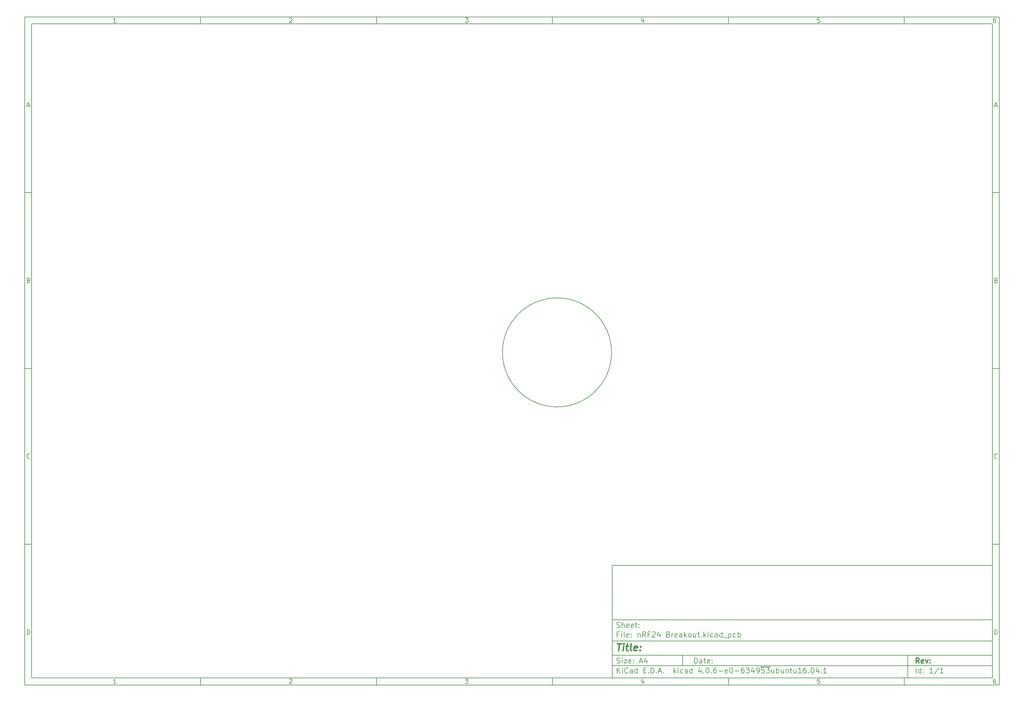
<source format=gm1>
G04 #@! TF.FileFunction,Profile,NP*
%FSLAX46Y46*%
G04 Gerber Fmt 4.6, Leading zero omitted, Abs format (unit mm)*
G04 Created by KiCad (PCBNEW 4.0.6-e0-6349~53~ubuntu16.04.1) date Wed Jun 21 09:44:30 2017*
%MOMM*%
%LPD*%
G01*
G04 APERTURE LIST*
%ADD10C,0.100000*%
%ADD11C,0.150000*%
%ADD12C,0.300000*%
%ADD13C,0.400000*%
G04 APERTURE END LIST*
D10*
D11*
X177002200Y-166007200D02*
X177002200Y-198007200D01*
X285002200Y-198007200D01*
X285002200Y-166007200D01*
X177002200Y-166007200D01*
D10*
D11*
X10000000Y-10000000D02*
X10000000Y-200007200D01*
X287002200Y-200007200D01*
X287002200Y-10000000D01*
X10000000Y-10000000D01*
D10*
D11*
X12000000Y-12000000D02*
X12000000Y-198007200D01*
X285002200Y-198007200D01*
X285002200Y-12000000D01*
X12000000Y-12000000D01*
D10*
D11*
X60000000Y-12000000D02*
X60000000Y-10000000D01*
D10*
D11*
X110000000Y-12000000D02*
X110000000Y-10000000D01*
D10*
D11*
X160000000Y-12000000D02*
X160000000Y-10000000D01*
D10*
D11*
X210000000Y-12000000D02*
X210000000Y-10000000D01*
D10*
D11*
X260000000Y-12000000D02*
X260000000Y-10000000D01*
D10*
D11*
X35990476Y-11588095D02*
X35247619Y-11588095D01*
X35619048Y-11588095D02*
X35619048Y-10288095D01*
X35495238Y-10473810D01*
X35371429Y-10597619D01*
X35247619Y-10659524D01*
D10*
D11*
X85247619Y-10411905D02*
X85309524Y-10350000D01*
X85433333Y-10288095D01*
X85742857Y-10288095D01*
X85866667Y-10350000D01*
X85928571Y-10411905D01*
X85990476Y-10535714D01*
X85990476Y-10659524D01*
X85928571Y-10845238D01*
X85185714Y-11588095D01*
X85990476Y-11588095D01*
D10*
D11*
X135185714Y-10288095D02*
X135990476Y-10288095D01*
X135557143Y-10783333D01*
X135742857Y-10783333D01*
X135866667Y-10845238D01*
X135928571Y-10907143D01*
X135990476Y-11030952D01*
X135990476Y-11340476D01*
X135928571Y-11464286D01*
X135866667Y-11526190D01*
X135742857Y-11588095D01*
X135371429Y-11588095D01*
X135247619Y-11526190D01*
X135185714Y-11464286D01*
D10*
D11*
X185866667Y-10721429D02*
X185866667Y-11588095D01*
X185557143Y-10226190D02*
X185247619Y-11154762D01*
X186052381Y-11154762D01*
D10*
D11*
X235928571Y-10288095D02*
X235309524Y-10288095D01*
X235247619Y-10907143D01*
X235309524Y-10845238D01*
X235433333Y-10783333D01*
X235742857Y-10783333D01*
X235866667Y-10845238D01*
X235928571Y-10907143D01*
X235990476Y-11030952D01*
X235990476Y-11340476D01*
X235928571Y-11464286D01*
X235866667Y-11526190D01*
X235742857Y-11588095D01*
X235433333Y-11588095D01*
X235309524Y-11526190D01*
X235247619Y-11464286D01*
D10*
D11*
X285866667Y-10288095D02*
X285619048Y-10288095D01*
X285495238Y-10350000D01*
X285433333Y-10411905D01*
X285309524Y-10597619D01*
X285247619Y-10845238D01*
X285247619Y-11340476D01*
X285309524Y-11464286D01*
X285371429Y-11526190D01*
X285495238Y-11588095D01*
X285742857Y-11588095D01*
X285866667Y-11526190D01*
X285928571Y-11464286D01*
X285990476Y-11340476D01*
X285990476Y-11030952D01*
X285928571Y-10907143D01*
X285866667Y-10845238D01*
X285742857Y-10783333D01*
X285495238Y-10783333D01*
X285371429Y-10845238D01*
X285309524Y-10907143D01*
X285247619Y-11030952D01*
D10*
D11*
X60000000Y-198007200D02*
X60000000Y-200007200D01*
D10*
D11*
X110000000Y-198007200D02*
X110000000Y-200007200D01*
D10*
D11*
X160000000Y-198007200D02*
X160000000Y-200007200D01*
D10*
D11*
X210000000Y-198007200D02*
X210000000Y-200007200D01*
D10*
D11*
X260000000Y-198007200D02*
X260000000Y-200007200D01*
D10*
D11*
X35990476Y-199595295D02*
X35247619Y-199595295D01*
X35619048Y-199595295D02*
X35619048Y-198295295D01*
X35495238Y-198481010D01*
X35371429Y-198604819D01*
X35247619Y-198666724D01*
D10*
D11*
X85247619Y-198419105D02*
X85309524Y-198357200D01*
X85433333Y-198295295D01*
X85742857Y-198295295D01*
X85866667Y-198357200D01*
X85928571Y-198419105D01*
X85990476Y-198542914D01*
X85990476Y-198666724D01*
X85928571Y-198852438D01*
X85185714Y-199595295D01*
X85990476Y-199595295D01*
D10*
D11*
X135185714Y-198295295D02*
X135990476Y-198295295D01*
X135557143Y-198790533D01*
X135742857Y-198790533D01*
X135866667Y-198852438D01*
X135928571Y-198914343D01*
X135990476Y-199038152D01*
X135990476Y-199347676D01*
X135928571Y-199471486D01*
X135866667Y-199533390D01*
X135742857Y-199595295D01*
X135371429Y-199595295D01*
X135247619Y-199533390D01*
X135185714Y-199471486D01*
D10*
D11*
X185866667Y-198728629D02*
X185866667Y-199595295D01*
X185557143Y-198233390D02*
X185247619Y-199161962D01*
X186052381Y-199161962D01*
D10*
D11*
X235928571Y-198295295D02*
X235309524Y-198295295D01*
X235247619Y-198914343D01*
X235309524Y-198852438D01*
X235433333Y-198790533D01*
X235742857Y-198790533D01*
X235866667Y-198852438D01*
X235928571Y-198914343D01*
X235990476Y-199038152D01*
X235990476Y-199347676D01*
X235928571Y-199471486D01*
X235866667Y-199533390D01*
X235742857Y-199595295D01*
X235433333Y-199595295D01*
X235309524Y-199533390D01*
X235247619Y-199471486D01*
D10*
D11*
X285866667Y-198295295D02*
X285619048Y-198295295D01*
X285495238Y-198357200D01*
X285433333Y-198419105D01*
X285309524Y-198604819D01*
X285247619Y-198852438D01*
X285247619Y-199347676D01*
X285309524Y-199471486D01*
X285371429Y-199533390D01*
X285495238Y-199595295D01*
X285742857Y-199595295D01*
X285866667Y-199533390D01*
X285928571Y-199471486D01*
X285990476Y-199347676D01*
X285990476Y-199038152D01*
X285928571Y-198914343D01*
X285866667Y-198852438D01*
X285742857Y-198790533D01*
X285495238Y-198790533D01*
X285371429Y-198852438D01*
X285309524Y-198914343D01*
X285247619Y-199038152D01*
D10*
D11*
X10000000Y-60000000D02*
X12000000Y-60000000D01*
D10*
D11*
X10000000Y-110000000D02*
X12000000Y-110000000D01*
D10*
D11*
X10000000Y-160000000D02*
X12000000Y-160000000D01*
D10*
D11*
X10690476Y-35216667D02*
X11309524Y-35216667D01*
X10566667Y-35588095D02*
X11000000Y-34288095D01*
X11433333Y-35588095D01*
D10*
D11*
X11092857Y-84907143D02*
X11278571Y-84969048D01*
X11340476Y-85030952D01*
X11402381Y-85154762D01*
X11402381Y-85340476D01*
X11340476Y-85464286D01*
X11278571Y-85526190D01*
X11154762Y-85588095D01*
X10659524Y-85588095D01*
X10659524Y-84288095D01*
X11092857Y-84288095D01*
X11216667Y-84350000D01*
X11278571Y-84411905D01*
X11340476Y-84535714D01*
X11340476Y-84659524D01*
X11278571Y-84783333D01*
X11216667Y-84845238D01*
X11092857Y-84907143D01*
X10659524Y-84907143D01*
D10*
D11*
X11402381Y-135464286D02*
X11340476Y-135526190D01*
X11154762Y-135588095D01*
X11030952Y-135588095D01*
X10845238Y-135526190D01*
X10721429Y-135402381D01*
X10659524Y-135278571D01*
X10597619Y-135030952D01*
X10597619Y-134845238D01*
X10659524Y-134597619D01*
X10721429Y-134473810D01*
X10845238Y-134350000D01*
X11030952Y-134288095D01*
X11154762Y-134288095D01*
X11340476Y-134350000D01*
X11402381Y-134411905D01*
D10*
D11*
X10659524Y-185588095D02*
X10659524Y-184288095D01*
X10969048Y-184288095D01*
X11154762Y-184350000D01*
X11278571Y-184473810D01*
X11340476Y-184597619D01*
X11402381Y-184845238D01*
X11402381Y-185030952D01*
X11340476Y-185278571D01*
X11278571Y-185402381D01*
X11154762Y-185526190D01*
X10969048Y-185588095D01*
X10659524Y-185588095D01*
D10*
D11*
X287002200Y-60000000D02*
X285002200Y-60000000D01*
D10*
D11*
X287002200Y-110000000D02*
X285002200Y-110000000D01*
D10*
D11*
X287002200Y-160000000D02*
X285002200Y-160000000D01*
D10*
D11*
X285692676Y-35216667D02*
X286311724Y-35216667D01*
X285568867Y-35588095D02*
X286002200Y-34288095D01*
X286435533Y-35588095D01*
D10*
D11*
X286095057Y-84907143D02*
X286280771Y-84969048D01*
X286342676Y-85030952D01*
X286404581Y-85154762D01*
X286404581Y-85340476D01*
X286342676Y-85464286D01*
X286280771Y-85526190D01*
X286156962Y-85588095D01*
X285661724Y-85588095D01*
X285661724Y-84288095D01*
X286095057Y-84288095D01*
X286218867Y-84350000D01*
X286280771Y-84411905D01*
X286342676Y-84535714D01*
X286342676Y-84659524D01*
X286280771Y-84783333D01*
X286218867Y-84845238D01*
X286095057Y-84907143D01*
X285661724Y-84907143D01*
D10*
D11*
X286404581Y-135464286D02*
X286342676Y-135526190D01*
X286156962Y-135588095D01*
X286033152Y-135588095D01*
X285847438Y-135526190D01*
X285723629Y-135402381D01*
X285661724Y-135278571D01*
X285599819Y-135030952D01*
X285599819Y-134845238D01*
X285661724Y-134597619D01*
X285723629Y-134473810D01*
X285847438Y-134350000D01*
X286033152Y-134288095D01*
X286156962Y-134288095D01*
X286342676Y-134350000D01*
X286404581Y-134411905D01*
D10*
D11*
X285661724Y-185588095D02*
X285661724Y-184288095D01*
X285971248Y-184288095D01*
X286156962Y-184350000D01*
X286280771Y-184473810D01*
X286342676Y-184597619D01*
X286404581Y-184845238D01*
X286404581Y-185030952D01*
X286342676Y-185278571D01*
X286280771Y-185402381D01*
X286156962Y-185526190D01*
X285971248Y-185588095D01*
X285661724Y-185588095D01*
D10*
D11*
X200359343Y-193785771D02*
X200359343Y-192285771D01*
X200716486Y-192285771D01*
X200930771Y-192357200D01*
X201073629Y-192500057D01*
X201145057Y-192642914D01*
X201216486Y-192928629D01*
X201216486Y-193142914D01*
X201145057Y-193428629D01*
X201073629Y-193571486D01*
X200930771Y-193714343D01*
X200716486Y-193785771D01*
X200359343Y-193785771D01*
X202502200Y-193785771D02*
X202502200Y-193000057D01*
X202430771Y-192857200D01*
X202287914Y-192785771D01*
X202002200Y-192785771D01*
X201859343Y-192857200D01*
X202502200Y-193714343D02*
X202359343Y-193785771D01*
X202002200Y-193785771D01*
X201859343Y-193714343D01*
X201787914Y-193571486D01*
X201787914Y-193428629D01*
X201859343Y-193285771D01*
X202002200Y-193214343D01*
X202359343Y-193214343D01*
X202502200Y-193142914D01*
X203002200Y-192785771D02*
X203573629Y-192785771D01*
X203216486Y-192285771D02*
X203216486Y-193571486D01*
X203287914Y-193714343D01*
X203430772Y-193785771D01*
X203573629Y-193785771D01*
X204645057Y-193714343D02*
X204502200Y-193785771D01*
X204216486Y-193785771D01*
X204073629Y-193714343D01*
X204002200Y-193571486D01*
X204002200Y-193000057D01*
X204073629Y-192857200D01*
X204216486Y-192785771D01*
X204502200Y-192785771D01*
X204645057Y-192857200D01*
X204716486Y-193000057D01*
X204716486Y-193142914D01*
X204002200Y-193285771D01*
X205359343Y-193642914D02*
X205430771Y-193714343D01*
X205359343Y-193785771D01*
X205287914Y-193714343D01*
X205359343Y-193642914D01*
X205359343Y-193785771D01*
X205359343Y-192857200D02*
X205430771Y-192928629D01*
X205359343Y-193000057D01*
X205287914Y-192928629D01*
X205359343Y-192857200D01*
X205359343Y-193000057D01*
D10*
D11*
X177002200Y-194507200D02*
X285002200Y-194507200D01*
D10*
D11*
X178359343Y-196585771D02*
X178359343Y-195085771D01*
X179216486Y-196585771D02*
X178573629Y-195728629D01*
X179216486Y-195085771D02*
X178359343Y-195942914D01*
X179859343Y-196585771D02*
X179859343Y-195585771D01*
X179859343Y-195085771D02*
X179787914Y-195157200D01*
X179859343Y-195228629D01*
X179930771Y-195157200D01*
X179859343Y-195085771D01*
X179859343Y-195228629D01*
X181430772Y-196442914D02*
X181359343Y-196514343D01*
X181145057Y-196585771D01*
X181002200Y-196585771D01*
X180787915Y-196514343D01*
X180645057Y-196371486D01*
X180573629Y-196228629D01*
X180502200Y-195942914D01*
X180502200Y-195728629D01*
X180573629Y-195442914D01*
X180645057Y-195300057D01*
X180787915Y-195157200D01*
X181002200Y-195085771D01*
X181145057Y-195085771D01*
X181359343Y-195157200D01*
X181430772Y-195228629D01*
X182716486Y-196585771D02*
X182716486Y-195800057D01*
X182645057Y-195657200D01*
X182502200Y-195585771D01*
X182216486Y-195585771D01*
X182073629Y-195657200D01*
X182716486Y-196514343D02*
X182573629Y-196585771D01*
X182216486Y-196585771D01*
X182073629Y-196514343D01*
X182002200Y-196371486D01*
X182002200Y-196228629D01*
X182073629Y-196085771D01*
X182216486Y-196014343D01*
X182573629Y-196014343D01*
X182716486Y-195942914D01*
X184073629Y-196585771D02*
X184073629Y-195085771D01*
X184073629Y-196514343D02*
X183930772Y-196585771D01*
X183645058Y-196585771D01*
X183502200Y-196514343D01*
X183430772Y-196442914D01*
X183359343Y-196300057D01*
X183359343Y-195871486D01*
X183430772Y-195728629D01*
X183502200Y-195657200D01*
X183645058Y-195585771D01*
X183930772Y-195585771D01*
X184073629Y-195657200D01*
X185930772Y-195800057D02*
X186430772Y-195800057D01*
X186645058Y-196585771D02*
X185930772Y-196585771D01*
X185930772Y-195085771D01*
X186645058Y-195085771D01*
X187287915Y-196442914D02*
X187359343Y-196514343D01*
X187287915Y-196585771D01*
X187216486Y-196514343D01*
X187287915Y-196442914D01*
X187287915Y-196585771D01*
X188002201Y-196585771D02*
X188002201Y-195085771D01*
X188359344Y-195085771D01*
X188573629Y-195157200D01*
X188716487Y-195300057D01*
X188787915Y-195442914D01*
X188859344Y-195728629D01*
X188859344Y-195942914D01*
X188787915Y-196228629D01*
X188716487Y-196371486D01*
X188573629Y-196514343D01*
X188359344Y-196585771D01*
X188002201Y-196585771D01*
X189502201Y-196442914D02*
X189573629Y-196514343D01*
X189502201Y-196585771D01*
X189430772Y-196514343D01*
X189502201Y-196442914D01*
X189502201Y-196585771D01*
X190145058Y-196157200D02*
X190859344Y-196157200D01*
X190002201Y-196585771D02*
X190502201Y-195085771D01*
X191002201Y-196585771D01*
X191502201Y-196442914D02*
X191573629Y-196514343D01*
X191502201Y-196585771D01*
X191430772Y-196514343D01*
X191502201Y-196442914D01*
X191502201Y-196585771D01*
X194502201Y-196585771D02*
X194502201Y-195085771D01*
X194645058Y-196014343D02*
X195073629Y-196585771D01*
X195073629Y-195585771D02*
X194502201Y-196157200D01*
X195716487Y-196585771D02*
X195716487Y-195585771D01*
X195716487Y-195085771D02*
X195645058Y-195157200D01*
X195716487Y-195228629D01*
X195787915Y-195157200D01*
X195716487Y-195085771D01*
X195716487Y-195228629D01*
X197073630Y-196514343D02*
X196930773Y-196585771D01*
X196645059Y-196585771D01*
X196502201Y-196514343D01*
X196430773Y-196442914D01*
X196359344Y-196300057D01*
X196359344Y-195871486D01*
X196430773Y-195728629D01*
X196502201Y-195657200D01*
X196645059Y-195585771D01*
X196930773Y-195585771D01*
X197073630Y-195657200D01*
X198359344Y-196585771D02*
X198359344Y-195800057D01*
X198287915Y-195657200D01*
X198145058Y-195585771D01*
X197859344Y-195585771D01*
X197716487Y-195657200D01*
X198359344Y-196514343D02*
X198216487Y-196585771D01*
X197859344Y-196585771D01*
X197716487Y-196514343D01*
X197645058Y-196371486D01*
X197645058Y-196228629D01*
X197716487Y-196085771D01*
X197859344Y-196014343D01*
X198216487Y-196014343D01*
X198359344Y-195942914D01*
X199716487Y-196585771D02*
X199716487Y-195085771D01*
X199716487Y-196514343D02*
X199573630Y-196585771D01*
X199287916Y-196585771D01*
X199145058Y-196514343D01*
X199073630Y-196442914D01*
X199002201Y-196300057D01*
X199002201Y-195871486D01*
X199073630Y-195728629D01*
X199145058Y-195657200D01*
X199287916Y-195585771D01*
X199573630Y-195585771D01*
X199716487Y-195657200D01*
X202216487Y-195585771D02*
X202216487Y-196585771D01*
X201859344Y-195014343D02*
X201502201Y-196085771D01*
X202430773Y-196085771D01*
X203002201Y-196442914D02*
X203073629Y-196514343D01*
X203002201Y-196585771D01*
X202930772Y-196514343D01*
X203002201Y-196442914D01*
X203002201Y-196585771D01*
X204002201Y-195085771D02*
X204145058Y-195085771D01*
X204287915Y-195157200D01*
X204359344Y-195228629D01*
X204430773Y-195371486D01*
X204502201Y-195657200D01*
X204502201Y-196014343D01*
X204430773Y-196300057D01*
X204359344Y-196442914D01*
X204287915Y-196514343D01*
X204145058Y-196585771D01*
X204002201Y-196585771D01*
X203859344Y-196514343D01*
X203787915Y-196442914D01*
X203716487Y-196300057D01*
X203645058Y-196014343D01*
X203645058Y-195657200D01*
X203716487Y-195371486D01*
X203787915Y-195228629D01*
X203859344Y-195157200D01*
X204002201Y-195085771D01*
X205145058Y-196442914D02*
X205216486Y-196514343D01*
X205145058Y-196585771D01*
X205073629Y-196514343D01*
X205145058Y-196442914D01*
X205145058Y-196585771D01*
X206502201Y-195085771D02*
X206216487Y-195085771D01*
X206073630Y-195157200D01*
X206002201Y-195228629D01*
X205859344Y-195442914D01*
X205787915Y-195728629D01*
X205787915Y-196300057D01*
X205859344Y-196442914D01*
X205930772Y-196514343D01*
X206073630Y-196585771D01*
X206359344Y-196585771D01*
X206502201Y-196514343D01*
X206573630Y-196442914D01*
X206645058Y-196300057D01*
X206645058Y-195942914D01*
X206573630Y-195800057D01*
X206502201Y-195728629D01*
X206359344Y-195657200D01*
X206073630Y-195657200D01*
X205930772Y-195728629D01*
X205859344Y-195800057D01*
X205787915Y-195942914D01*
X207287915Y-196014343D02*
X208430772Y-196014343D01*
X209716486Y-196514343D02*
X209573629Y-196585771D01*
X209287915Y-196585771D01*
X209145058Y-196514343D01*
X209073629Y-196371486D01*
X209073629Y-195800057D01*
X209145058Y-195657200D01*
X209287915Y-195585771D01*
X209573629Y-195585771D01*
X209716486Y-195657200D01*
X209787915Y-195800057D01*
X209787915Y-195942914D01*
X209073629Y-196085771D01*
X210716486Y-195085771D02*
X210859343Y-195085771D01*
X211002200Y-195157200D01*
X211073629Y-195228629D01*
X211145058Y-195371486D01*
X211216486Y-195657200D01*
X211216486Y-196014343D01*
X211145058Y-196300057D01*
X211073629Y-196442914D01*
X211002200Y-196514343D01*
X210859343Y-196585771D01*
X210716486Y-196585771D01*
X210573629Y-196514343D01*
X210502200Y-196442914D01*
X210430772Y-196300057D01*
X210359343Y-196014343D01*
X210359343Y-195657200D01*
X210430772Y-195371486D01*
X210502200Y-195228629D01*
X210573629Y-195157200D01*
X210716486Y-195085771D01*
X211859343Y-196014343D02*
X213002200Y-196014343D01*
X214359343Y-195085771D02*
X214073629Y-195085771D01*
X213930772Y-195157200D01*
X213859343Y-195228629D01*
X213716486Y-195442914D01*
X213645057Y-195728629D01*
X213645057Y-196300057D01*
X213716486Y-196442914D01*
X213787914Y-196514343D01*
X213930772Y-196585771D01*
X214216486Y-196585771D01*
X214359343Y-196514343D01*
X214430772Y-196442914D01*
X214502200Y-196300057D01*
X214502200Y-195942914D01*
X214430772Y-195800057D01*
X214359343Y-195728629D01*
X214216486Y-195657200D01*
X213930772Y-195657200D01*
X213787914Y-195728629D01*
X213716486Y-195800057D01*
X213645057Y-195942914D01*
X215002200Y-195085771D02*
X215930771Y-195085771D01*
X215430771Y-195657200D01*
X215645057Y-195657200D01*
X215787914Y-195728629D01*
X215859343Y-195800057D01*
X215930771Y-195942914D01*
X215930771Y-196300057D01*
X215859343Y-196442914D01*
X215787914Y-196514343D01*
X215645057Y-196585771D01*
X215216485Y-196585771D01*
X215073628Y-196514343D01*
X215002200Y-196442914D01*
X217216485Y-195585771D02*
X217216485Y-196585771D01*
X216859342Y-195014343D02*
X216502199Y-196085771D01*
X217430771Y-196085771D01*
X218073627Y-196585771D02*
X218359342Y-196585771D01*
X218502199Y-196514343D01*
X218573627Y-196442914D01*
X218716485Y-196228629D01*
X218787913Y-195942914D01*
X218787913Y-195371486D01*
X218716485Y-195228629D01*
X218645056Y-195157200D01*
X218502199Y-195085771D01*
X218216485Y-195085771D01*
X218073627Y-195157200D01*
X218002199Y-195228629D01*
X217930770Y-195371486D01*
X217930770Y-195728629D01*
X218002199Y-195871486D01*
X218073627Y-195942914D01*
X218216485Y-196014343D01*
X218502199Y-196014343D01*
X218645056Y-195942914D01*
X218716485Y-195871486D01*
X218787913Y-195728629D01*
X220145056Y-195085771D02*
X219430770Y-195085771D01*
X219359341Y-195800057D01*
X219430770Y-195728629D01*
X219573627Y-195657200D01*
X219930770Y-195657200D01*
X220073627Y-195728629D01*
X220145056Y-195800057D01*
X220216484Y-195942914D01*
X220216484Y-196300057D01*
X220145056Y-196442914D01*
X220073627Y-196514343D01*
X219930770Y-196585771D01*
X219573627Y-196585771D01*
X219430770Y-196514343D01*
X219359341Y-196442914D01*
X220716484Y-195085771D02*
X221645055Y-195085771D01*
X221145055Y-195657200D01*
X221359341Y-195657200D01*
X221502198Y-195728629D01*
X221573627Y-195800057D01*
X221645055Y-195942914D01*
X221645055Y-196300057D01*
X221573627Y-196442914D01*
X221502198Y-196514343D01*
X221359341Y-196585771D01*
X220930769Y-196585771D01*
X220787912Y-196514343D01*
X220716484Y-196442914D01*
X219073627Y-194827200D02*
X221930769Y-194827200D01*
X222930769Y-195585771D02*
X222930769Y-196585771D01*
X222287912Y-195585771D02*
X222287912Y-196371486D01*
X222359340Y-196514343D01*
X222502198Y-196585771D01*
X222716483Y-196585771D01*
X222859340Y-196514343D01*
X222930769Y-196442914D01*
X223645055Y-196585771D02*
X223645055Y-195085771D01*
X223645055Y-195657200D02*
X223787912Y-195585771D01*
X224073626Y-195585771D01*
X224216483Y-195657200D01*
X224287912Y-195728629D01*
X224359341Y-195871486D01*
X224359341Y-196300057D01*
X224287912Y-196442914D01*
X224216483Y-196514343D01*
X224073626Y-196585771D01*
X223787912Y-196585771D01*
X223645055Y-196514343D01*
X225645055Y-195585771D02*
X225645055Y-196585771D01*
X225002198Y-195585771D02*
X225002198Y-196371486D01*
X225073626Y-196514343D01*
X225216484Y-196585771D01*
X225430769Y-196585771D01*
X225573626Y-196514343D01*
X225645055Y-196442914D01*
X226359341Y-195585771D02*
X226359341Y-196585771D01*
X226359341Y-195728629D02*
X226430769Y-195657200D01*
X226573627Y-195585771D01*
X226787912Y-195585771D01*
X226930769Y-195657200D01*
X227002198Y-195800057D01*
X227002198Y-196585771D01*
X227502198Y-195585771D02*
X228073627Y-195585771D01*
X227716484Y-195085771D02*
X227716484Y-196371486D01*
X227787912Y-196514343D01*
X227930770Y-196585771D01*
X228073627Y-196585771D01*
X229216484Y-195585771D02*
X229216484Y-196585771D01*
X228573627Y-195585771D02*
X228573627Y-196371486D01*
X228645055Y-196514343D01*
X228787913Y-196585771D01*
X229002198Y-196585771D01*
X229145055Y-196514343D01*
X229216484Y-196442914D01*
X230716484Y-196585771D02*
X229859341Y-196585771D01*
X230287913Y-196585771D02*
X230287913Y-195085771D01*
X230145056Y-195300057D01*
X230002198Y-195442914D01*
X229859341Y-195514343D01*
X232002198Y-195085771D02*
X231716484Y-195085771D01*
X231573627Y-195157200D01*
X231502198Y-195228629D01*
X231359341Y-195442914D01*
X231287912Y-195728629D01*
X231287912Y-196300057D01*
X231359341Y-196442914D01*
X231430769Y-196514343D01*
X231573627Y-196585771D01*
X231859341Y-196585771D01*
X232002198Y-196514343D01*
X232073627Y-196442914D01*
X232145055Y-196300057D01*
X232145055Y-195942914D01*
X232073627Y-195800057D01*
X232002198Y-195728629D01*
X231859341Y-195657200D01*
X231573627Y-195657200D01*
X231430769Y-195728629D01*
X231359341Y-195800057D01*
X231287912Y-195942914D01*
X232787912Y-196442914D02*
X232859340Y-196514343D01*
X232787912Y-196585771D01*
X232716483Y-196514343D01*
X232787912Y-196442914D01*
X232787912Y-196585771D01*
X233787912Y-195085771D02*
X233930769Y-195085771D01*
X234073626Y-195157200D01*
X234145055Y-195228629D01*
X234216484Y-195371486D01*
X234287912Y-195657200D01*
X234287912Y-196014343D01*
X234216484Y-196300057D01*
X234145055Y-196442914D01*
X234073626Y-196514343D01*
X233930769Y-196585771D01*
X233787912Y-196585771D01*
X233645055Y-196514343D01*
X233573626Y-196442914D01*
X233502198Y-196300057D01*
X233430769Y-196014343D01*
X233430769Y-195657200D01*
X233502198Y-195371486D01*
X233573626Y-195228629D01*
X233645055Y-195157200D01*
X233787912Y-195085771D01*
X235573626Y-195585771D02*
X235573626Y-196585771D01*
X235216483Y-195014343D02*
X234859340Y-196085771D01*
X235787912Y-196085771D01*
X236359340Y-196442914D02*
X236430768Y-196514343D01*
X236359340Y-196585771D01*
X236287911Y-196514343D01*
X236359340Y-196442914D01*
X236359340Y-196585771D01*
X237859340Y-196585771D02*
X237002197Y-196585771D01*
X237430769Y-196585771D02*
X237430769Y-195085771D01*
X237287912Y-195300057D01*
X237145054Y-195442914D01*
X237002197Y-195514343D01*
D10*
D11*
X177002200Y-191507200D02*
X285002200Y-191507200D01*
D10*
D12*
X264216486Y-193785771D02*
X263716486Y-193071486D01*
X263359343Y-193785771D02*
X263359343Y-192285771D01*
X263930771Y-192285771D01*
X264073629Y-192357200D01*
X264145057Y-192428629D01*
X264216486Y-192571486D01*
X264216486Y-192785771D01*
X264145057Y-192928629D01*
X264073629Y-193000057D01*
X263930771Y-193071486D01*
X263359343Y-193071486D01*
X265430771Y-193714343D02*
X265287914Y-193785771D01*
X265002200Y-193785771D01*
X264859343Y-193714343D01*
X264787914Y-193571486D01*
X264787914Y-193000057D01*
X264859343Y-192857200D01*
X265002200Y-192785771D01*
X265287914Y-192785771D01*
X265430771Y-192857200D01*
X265502200Y-193000057D01*
X265502200Y-193142914D01*
X264787914Y-193285771D01*
X266002200Y-192785771D02*
X266359343Y-193785771D01*
X266716485Y-192785771D01*
X267287914Y-193642914D02*
X267359342Y-193714343D01*
X267287914Y-193785771D01*
X267216485Y-193714343D01*
X267287914Y-193642914D01*
X267287914Y-193785771D01*
X267287914Y-192857200D02*
X267359342Y-192928629D01*
X267287914Y-193000057D01*
X267216485Y-192928629D01*
X267287914Y-192857200D01*
X267287914Y-193000057D01*
D10*
D11*
X178287914Y-193714343D02*
X178502200Y-193785771D01*
X178859343Y-193785771D01*
X179002200Y-193714343D01*
X179073629Y-193642914D01*
X179145057Y-193500057D01*
X179145057Y-193357200D01*
X179073629Y-193214343D01*
X179002200Y-193142914D01*
X178859343Y-193071486D01*
X178573629Y-193000057D01*
X178430771Y-192928629D01*
X178359343Y-192857200D01*
X178287914Y-192714343D01*
X178287914Y-192571486D01*
X178359343Y-192428629D01*
X178430771Y-192357200D01*
X178573629Y-192285771D01*
X178930771Y-192285771D01*
X179145057Y-192357200D01*
X179787914Y-193785771D02*
X179787914Y-192785771D01*
X179787914Y-192285771D02*
X179716485Y-192357200D01*
X179787914Y-192428629D01*
X179859342Y-192357200D01*
X179787914Y-192285771D01*
X179787914Y-192428629D01*
X180359343Y-192785771D02*
X181145057Y-192785771D01*
X180359343Y-193785771D01*
X181145057Y-193785771D01*
X182287914Y-193714343D02*
X182145057Y-193785771D01*
X181859343Y-193785771D01*
X181716486Y-193714343D01*
X181645057Y-193571486D01*
X181645057Y-193000057D01*
X181716486Y-192857200D01*
X181859343Y-192785771D01*
X182145057Y-192785771D01*
X182287914Y-192857200D01*
X182359343Y-193000057D01*
X182359343Y-193142914D01*
X181645057Y-193285771D01*
X183002200Y-193642914D02*
X183073628Y-193714343D01*
X183002200Y-193785771D01*
X182930771Y-193714343D01*
X183002200Y-193642914D01*
X183002200Y-193785771D01*
X183002200Y-192857200D02*
X183073628Y-192928629D01*
X183002200Y-193000057D01*
X182930771Y-192928629D01*
X183002200Y-192857200D01*
X183002200Y-193000057D01*
X184787914Y-193357200D02*
X185502200Y-193357200D01*
X184645057Y-193785771D02*
X185145057Y-192285771D01*
X185645057Y-193785771D01*
X186787914Y-192785771D02*
X186787914Y-193785771D01*
X186430771Y-192214343D02*
X186073628Y-193285771D01*
X187002200Y-193285771D01*
D10*
D11*
X263359343Y-196585771D02*
X263359343Y-195085771D01*
X264716486Y-196585771D02*
X264716486Y-195085771D01*
X264716486Y-196514343D02*
X264573629Y-196585771D01*
X264287915Y-196585771D01*
X264145057Y-196514343D01*
X264073629Y-196442914D01*
X264002200Y-196300057D01*
X264002200Y-195871486D01*
X264073629Y-195728629D01*
X264145057Y-195657200D01*
X264287915Y-195585771D01*
X264573629Y-195585771D01*
X264716486Y-195657200D01*
X265430772Y-196442914D02*
X265502200Y-196514343D01*
X265430772Y-196585771D01*
X265359343Y-196514343D01*
X265430772Y-196442914D01*
X265430772Y-196585771D01*
X265430772Y-195657200D02*
X265502200Y-195728629D01*
X265430772Y-195800057D01*
X265359343Y-195728629D01*
X265430772Y-195657200D01*
X265430772Y-195800057D01*
X268073629Y-196585771D02*
X267216486Y-196585771D01*
X267645058Y-196585771D02*
X267645058Y-195085771D01*
X267502201Y-195300057D01*
X267359343Y-195442914D01*
X267216486Y-195514343D01*
X269787914Y-195014343D02*
X268502200Y-196942914D01*
X271073629Y-196585771D02*
X270216486Y-196585771D01*
X270645058Y-196585771D02*
X270645058Y-195085771D01*
X270502201Y-195300057D01*
X270359343Y-195442914D01*
X270216486Y-195514343D01*
D10*
D11*
X177002200Y-187507200D02*
X285002200Y-187507200D01*
D10*
D13*
X178454581Y-188211962D02*
X179597438Y-188211962D01*
X178776010Y-190211962D02*
X179026010Y-188211962D01*
X180014105Y-190211962D02*
X180180771Y-188878629D01*
X180264105Y-188211962D02*
X180156962Y-188307200D01*
X180240295Y-188402438D01*
X180347439Y-188307200D01*
X180264105Y-188211962D01*
X180240295Y-188402438D01*
X180847438Y-188878629D02*
X181609343Y-188878629D01*
X181216486Y-188211962D02*
X181002200Y-189926248D01*
X181073630Y-190116724D01*
X181252201Y-190211962D01*
X181442677Y-190211962D01*
X182395058Y-190211962D02*
X182216487Y-190116724D01*
X182145057Y-189926248D01*
X182359343Y-188211962D01*
X183930772Y-190116724D02*
X183728391Y-190211962D01*
X183347439Y-190211962D01*
X183168867Y-190116724D01*
X183097438Y-189926248D01*
X183192676Y-189164343D01*
X183311724Y-188973867D01*
X183514105Y-188878629D01*
X183895057Y-188878629D01*
X184073629Y-188973867D01*
X184145057Y-189164343D01*
X184121248Y-189354819D01*
X183145057Y-189545295D01*
X184895057Y-190021486D02*
X184978392Y-190116724D01*
X184871248Y-190211962D01*
X184787915Y-190116724D01*
X184895057Y-190021486D01*
X184871248Y-190211962D01*
X185026010Y-188973867D02*
X185109344Y-189069105D01*
X185002200Y-189164343D01*
X184918867Y-189069105D01*
X185026010Y-188973867D01*
X185002200Y-189164343D01*
D10*
D11*
X178859343Y-185600057D02*
X178359343Y-185600057D01*
X178359343Y-186385771D02*
X178359343Y-184885771D01*
X179073629Y-184885771D01*
X179645057Y-186385771D02*
X179645057Y-185385771D01*
X179645057Y-184885771D02*
X179573628Y-184957200D01*
X179645057Y-185028629D01*
X179716485Y-184957200D01*
X179645057Y-184885771D01*
X179645057Y-185028629D01*
X180573629Y-186385771D02*
X180430771Y-186314343D01*
X180359343Y-186171486D01*
X180359343Y-184885771D01*
X181716485Y-186314343D02*
X181573628Y-186385771D01*
X181287914Y-186385771D01*
X181145057Y-186314343D01*
X181073628Y-186171486D01*
X181073628Y-185600057D01*
X181145057Y-185457200D01*
X181287914Y-185385771D01*
X181573628Y-185385771D01*
X181716485Y-185457200D01*
X181787914Y-185600057D01*
X181787914Y-185742914D01*
X181073628Y-185885771D01*
X182430771Y-186242914D02*
X182502199Y-186314343D01*
X182430771Y-186385771D01*
X182359342Y-186314343D01*
X182430771Y-186242914D01*
X182430771Y-186385771D01*
X182430771Y-185457200D02*
X182502199Y-185528629D01*
X182430771Y-185600057D01*
X182359342Y-185528629D01*
X182430771Y-185457200D01*
X182430771Y-185600057D01*
X184287914Y-185385771D02*
X184287914Y-186385771D01*
X184287914Y-185528629D02*
X184359342Y-185457200D01*
X184502200Y-185385771D01*
X184716485Y-185385771D01*
X184859342Y-185457200D01*
X184930771Y-185600057D01*
X184930771Y-186385771D01*
X186502200Y-186385771D02*
X186002200Y-185671486D01*
X185645057Y-186385771D02*
X185645057Y-184885771D01*
X186216485Y-184885771D01*
X186359343Y-184957200D01*
X186430771Y-185028629D01*
X186502200Y-185171486D01*
X186502200Y-185385771D01*
X186430771Y-185528629D01*
X186359343Y-185600057D01*
X186216485Y-185671486D01*
X185645057Y-185671486D01*
X187645057Y-185600057D02*
X187145057Y-185600057D01*
X187145057Y-186385771D02*
X187145057Y-184885771D01*
X187859343Y-184885771D01*
X188359342Y-185028629D02*
X188430771Y-184957200D01*
X188573628Y-184885771D01*
X188930771Y-184885771D01*
X189073628Y-184957200D01*
X189145057Y-185028629D01*
X189216485Y-185171486D01*
X189216485Y-185314343D01*
X189145057Y-185528629D01*
X188287914Y-186385771D01*
X189216485Y-186385771D01*
X190502199Y-185385771D02*
X190502199Y-186385771D01*
X190145056Y-184814343D02*
X189787913Y-185885771D01*
X190716485Y-185885771D01*
X192930770Y-185600057D02*
X193145056Y-185671486D01*
X193216484Y-185742914D01*
X193287913Y-185885771D01*
X193287913Y-186100057D01*
X193216484Y-186242914D01*
X193145056Y-186314343D01*
X193002198Y-186385771D01*
X192430770Y-186385771D01*
X192430770Y-184885771D01*
X192930770Y-184885771D01*
X193073627Y-184957200D01*
X193145056Y-185028629D01*
X193216484Y-185171486D01*
X193216484Y-185314343D01*
X193145056Y-185457200D01*
X193073627Y-185528629D01*
X192930770Y-185600057D01*
X192430770Y-185600057D01*
X193930770Y-186385771D02*
X193930770Y-185385771D01*
X193930770Y-185671486D02*
X194002198Y-185528629D01*
X194073627Y-185457200D01*
X194216484Y-185385771D01*
X194359341Y-185385771D01*
X195430769Y-186314343D02*
X195287912Y-186385771D01*
X195002198Y-186385771D01*
X194859341Y-186314343D01*
X194787912Y-186171486D01*
X194787912Y-185600057D01*
X194859341Y-185457200D01*
X195002198Y-185385771D01*
X195287912Y-185385771D01*
X195430769Y-185457200D01*
X195502198Y-185600057D01*
X195502198Y-185742914D01*
X194787912Y-185885771D01*
X196787912Y-186385771D02*
X196787912Y-185600057D01*
X196716483Y-185457200D01*
X196573626Y-185385771D01*
X196287912Y-185385771D01*
X196145055Y-185457200D01*
X196787912Y-186314343D02*
X196645055Y-186385771D01*
X196287912Y-186385771D01*
X196145055Y-186314343D01*
X196073626Y-186171486D01*
X196073626Y-186028629D01*
X196145055Y-185885771D01*
X196287912Y-185814343D01*
X196645055Y-185814343D01*
X196787912Y-185742914D01*
X197502198Y-186385771D02*
X197502198Y-184885771D01*
X197645055Y-185814343D02*
X198073626Y-186385771D01*
X198073626Y-185385771D02*
X197502198Y-185957200D01*
X198930770Y-186385771D02*
X198787912Y-186314343D01*
X198716484Y-186242914D01*
X198645055Y-186100057D01*
X198645055Y-185671486D01*
X198716484Y-185528629D01*
X198787912Y-185457200D01*
X198930770Y-185385771D01*
X199145055Y-185385771D01*
X199287912Y-185457200D01*
X199359341Y-185528629D01*
X199430770Y-185671486D01*
X199430770Y-186100057D01*
X199359341Y-186242914D01*
X199287912Y-186314343D01*
X199145055Y-186385771D01*
X198930770Y-186385771D01*
X200716484Y-185385771D02*
X200716484Y-186385771D01*
X200073627Y-185385771D02*
X200073627Y-186171486D01*
X200145055Y-186314343D01*
X200287913Y-186385771D01*
X200502198Y-186385771D01*
X200645055Y-186314343D01*
X200716484Y-186242914D01*
X201216484Y-185385771D02*
X201787913Y-185385771D01*
X201430770Y-184885771D02*
X201430770Y-186171486D01*
X201502198Y-186314343D01*
X201645056Y-186385771D01*
X201787913Y-186385771D01*
X202287913Y-186242914D02*
X202359341Y-186314343D01*
X202287913Y-186385771D01*
X202216484Y-186314343D01*
X202287913Y-186242914D01*
X202287913Y-186385771D01*
X203002199Y-186385771D02*
X203002199Y-184885771D01*
X203145056Y-185814343D02*
X203573627Y-186385771D01*
X203573627Y-185385771D02*
X203002199Y-185957200D01*
X204216485Y-186385771D02*
X204216485Y-185385771D01*
X204216485Y-184885771D02*
X204145056Y-184957200D01*
X204216485Y-185028629D01*
X204287913Y-184957200D01*
X204216485Y-184885771D01*
X204216485Y-185028629D01*
X205573628Y-186314343D02*
X205430771Y-186385771D01*
X205145057Y-186385771D01*
X205002199Y-186314343D01*
X204930771Y-186242914D01*
X204859342Y-186100057D01*
X204859342Y-185671486D01*
X204930771Y-185528629D01*
X205002199Y-185457200D01*
X205145057Y-185385771D01*
X205430771Y-185385771D01*
X205573628Y-185457200D01*
X206859342Y-186385771D02*
X206859342Y-185600057D01*
X206787913Y-185457200D01*
X206645056Y-185385771D01*
X206359342Y-185385771D01*
X206216485Y-185457200D01*
X206859342Y-186314343D02*
X206716485Y-186385771D01*
X206359342Y-186385771D01*
X206216485Y-186314343D01*
X206145056Y-186171486D01*
X206145056Y-186028629D01*
X206216485Y-185885771D01*
X206359342Y-185814343D01*
X206716485Y-185814343D01*
X206859342Y-185742914D01*
X208216485Y-186385771D02*
X208216485Y-184885771D01*
X208216485Y-186314343D02*
X208073628Y-186385771D01*
X207787914Y-186385771D01*
X207645056Y-186314343D01*
X207573628Y-186242914D01*
X207502199Y-186100057D01*
X207502199Y-185671486D01*
X207573628Y-185528629D01*
X207645056Y-185457200D01*
X207787914Y-185385771D01*
X208073628Y-185385771D01*
X208216485Y-185457200D01*
X208573628Y-186528629D02*
X209716485Y-186528629D01*
X210073628Y-185385771D02*
X210073628Y-186885771D01*
X210073628Y-185457200D02*
X210216485Y-185385771D01*
X210502199Y-185385771D01*
X210645056Y-185457200D01*
X210716485Y-185528629D01*
X210787914Y-185671486D01*
X210787914Y-186100057D01*
X210716485Y-186242914D01*
X210645056Y-186314343D01*
X210502199Y-186385771D01*
X210216485Y-186385771D01*
X210073628Y-186314343D01*
X212073628Y-186314343D02*
X211930771Y-186385771D01*
X211645057Y-186385771D01*
X211502199Y-186314343D01*
X211430771Y-186242914D01*
X211359342Y-186100057D01*
X211359342Y-185671486D01*
X211430771Y-185528629D01*
X211502199Y-185457200D01*
X211645057Y-185385771D01*
X211930771Y-185385771D01*
X212073628Y-185457200D01*
X212716485Y-186385771D02*
X212716485Y-184885771D01*
X212716485Y-185457200D02*
X212859342Y-185385771D01*
X213145056Y-185385771D01*
X213287913Y-185457200D01*
X213359342Y-185528629D01*
X213430771Y-185671486D01*
X213430771Y-186100057D01*
X213359342Y-186242914D01*
X213287913Y-186314343D01*
X213145056Y-186385771D01*
X212859342Y-186385771D01*
X212716485Y-186314343D01*
D10*
D11*
X177002200Y-181507200D02*
X285002200Y-181507200D01*
D10*
D11*
X178287914Y-183614343D02*
X178502200Y-183685771D01*
X178859343Y-183685771D01*
X179002200Y-183614343D01*
X179073629Y-183542914D01*
X179145057Y-183400057D01*
X179145057Y-183257200D01*
X179073629Y-183114343D01*
X179002200Y-183042914D01*
X178859343Y-182971486D01*
X178573629Y-182900057D01*
X178430771Y-182828629D01*
X178359343Y-182757200D01*
X178287914Y-182614343D01*
X178287914Y-182471486D01*
X178359343Y-182328629D01*
X178430771Y-182257200D01*
X178573629Y-182185771D01*
X178930771Y-182185771D01*
X179145057Y-182257200D01*
X179787914Y-183685771D02*
X179787914Y-182185771D01*
X180430771Y-183685771D02*
X180430771Y-182900057D01*
X180359342Y-182757200D01*
X180216485Y-182685771D01*
X180002200Y-182685771D01*
X179859342Y-182757200D01*
X179787914Y-182828629D01*
X181716485Y-183614343D02*
X181573628Y-183685771D01*
X181287914Y-183685771D01*
X181145057Y-183614343D01*
X181073628Y-183471486D01*
X181073628Y-182900057D01*
X181145057Y-182757200D01*
X181287914Y-182685771D01*
X181573628Y-182685771D01*
X181716485Y-182757200D01*
X181787914Y-182900057D01*
X181787914Y-183042914D01*
X181073628Y-183185771D01*
X183002199Y-183614343D02*
X182859342Y-183685771D01*
X182573628Y-183685771D01*
X182430771Y-183614343D01*
X182359342Y-183471486D01*
X182359342Y-182900057D01*
X182430771Y-182757200D01*
X182573628Y-182685771D01*
X182859342Y-182685771D01*
X183002199Y-182757200D01*
X183073628Y-182900057D01*
X183073628Y-183042914D01*
X182359342Y-183185771D01*
X183502199Y-182685771D02*
X184073628Y-182685771D01*
X183716485Y-182185771D02*
X183716485Y-183471486D01*
X183787913Y-183614343D01*
X183930771Y-183685771D01*
X184073628Y-183685771D01*
X184573628Y-183542914D02*
X184645056Y-183614343D01*
X184573628Y-183685771D01*
X184502199Y-183614343D01*
X184573628Y-183542914D01*
X184573628Y-183685771D01*
X184573628Y-182757200D02*
X184645056Y-182828629D01*
X184573628Y-182900057D01*
X184502199Y-182828629D01*
X184573628Y-182757200D01*
X184573628Y-182900057D01*
D10*
D11*
X197002200Y-191507200D02*
X197002200Y-194507200D01*
D10*
D11*
X261002200Y-191507200D02*
X261002200Y-198007200D01*
X176792326Y-105410000D02*
G75*
G03X176792326Y-105410000I-15502326J0D01*
G01*
M02*

</source>
